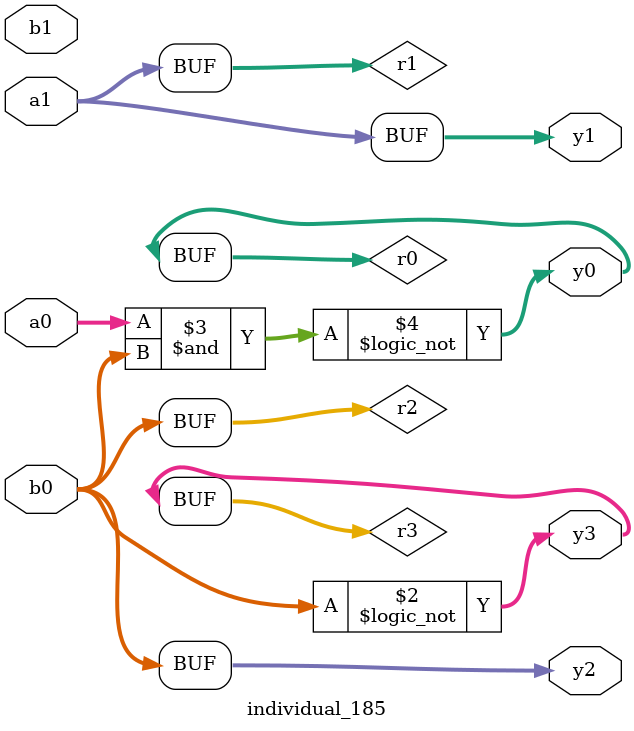
<source format=sv>
module individual_185(input logic [15:0] a1, input logic [15:0] a0, input logic [15:0] b1, input logic [15:0] b0, output logic [15:0] y3, output logic [15:0] y2, output logic [15:0] y1, output logic [15:0] y0);
logic [15:0] r0, r1, r2, r3; 
 always@(*) begin 
	 r0 = a0; r1 = a1; r2 = b0; r3 = b1; 
 	 r3 = ! r2 ;
 	 r0  &=  b0 ;
 	 r0 = ! r0 ;
 	 y3 = r3; y2 = r2; y1 = r1; y0 = r0; 
end
endmodule
</source>
